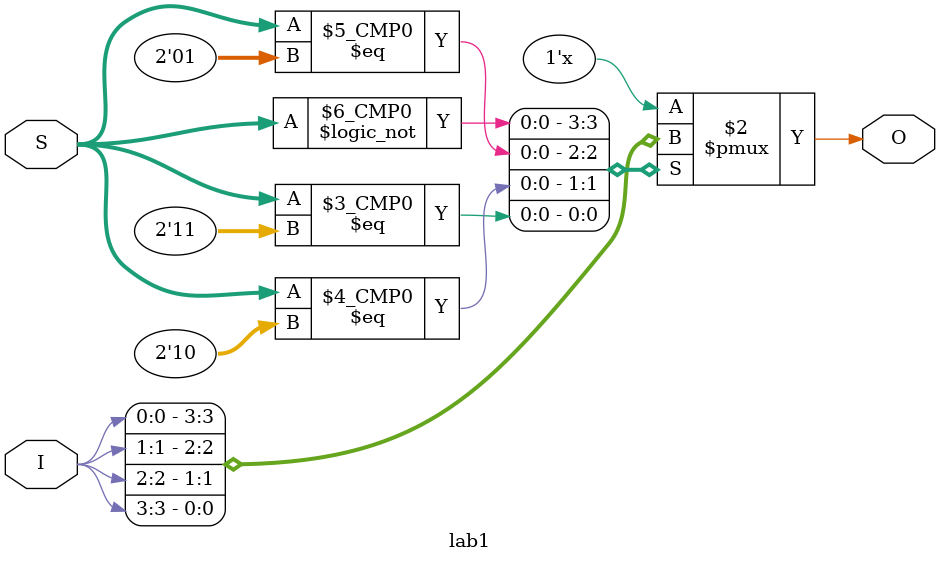
<source format=v>
`timescale 1ns / 1ps


module lab1(
    input [3:0] I,
    input [1:0] S,
    output reg O
    );
    
always @(S, I)
begin 
    case(S)
        2'b00: O = I[0];
        2'b01: O = I[1];
        2'b10: O = I[2];
        2'b11: O = I[3];
    endcase
end     
endmodule

</source>
